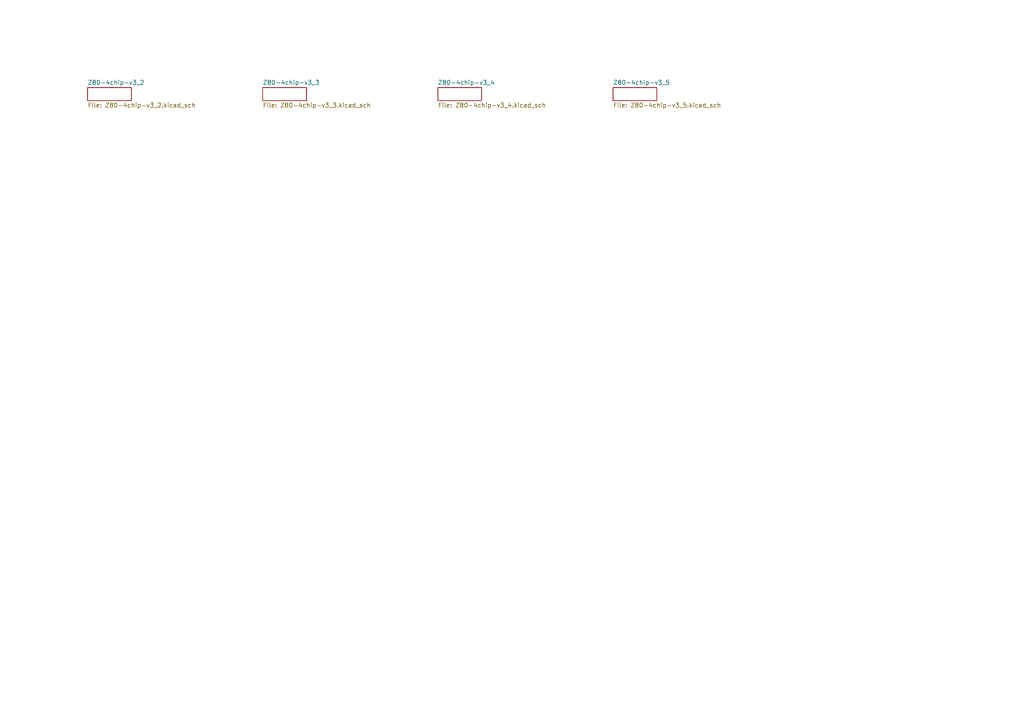
<source format=kicad_sch>
(kicad_sch (version 20211123) (generator eeschema)
  (paper "A4")
  (lib_symbols)
  (sheet (at 76.2 25.4) (size 12.7 3.81)
    (property "Sheet name" "Z80-4chip-v3_3" (at 76.2 24.6884 0) (effects (justify left bottom)))
    (property "Sheet file" "Z80-4chip-v3_3.kicad_sch" (at 76.2 29.7946 0) (effects (justify left top)))
  )
  (sheet (at 177.8 25.4) (size 12.7 3.81)
    (property "Sheet name" "Z80-4chip-v3_5" (at 177.8 24.6884 0) (effects (justify left bottom)))
    (property "Sheet file" "Z80-4chip-v3_5.kicad_sch" (at 177.8 29.7946 0) (effects (justify left top)))
  )
  (sheet (at 127 25.4) (size 12.7 3.81)
    (property "Sheet name" "Z80-4chip-v3_4" (at 127 24.6884 0) (effects (justify left bottom)))
    (property "Sheet file" "Z80-4chip-v3_4.kicad_sch" (at 127 29.7946 0) (effects (justify left top)))
  )
  (sheet (at 25.4 25.4) (size 12.7 3.81)
    (property "Sheet name" "Z80-4chip-v3_2" (at 25.4 24.6884 0) (effects (justify left bottom)))
    (property "Sheet file" "Z80-4chip-v3_2.kicad_sch" (at 25.4 29.7946 0) (effects (justify left top)))
  )
)
</source>
